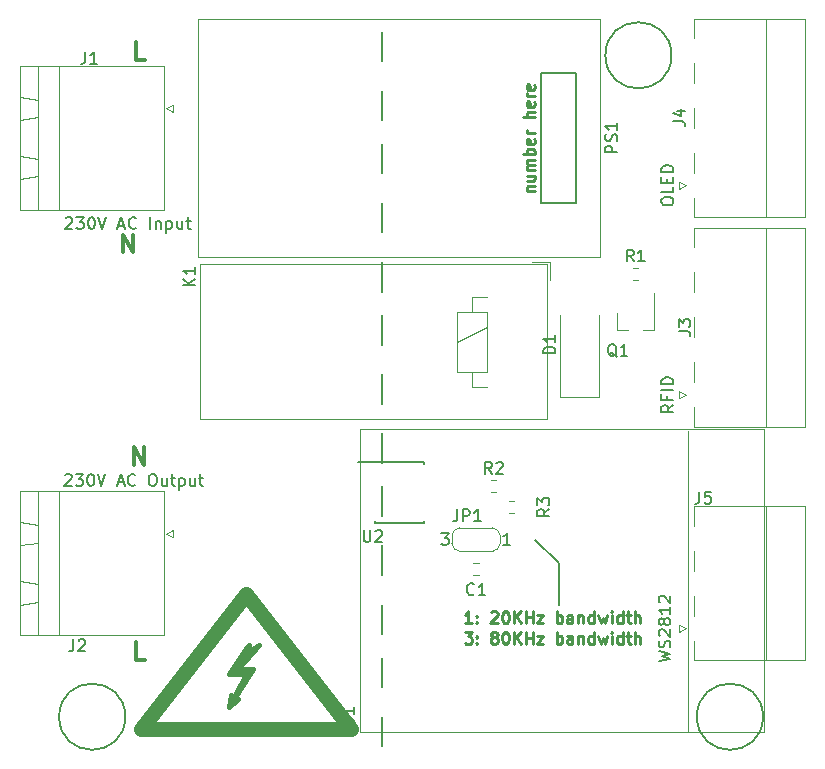
<source format=gto>
G04 #@! TF.GenerationSoftware,KiCad,Pcbnew,5.0-dev-unknown-9241a39~61~ubuntu17.10.1*
G04 #@! TF.CreationDate,2018-04-12T19:06:24+02:00*
G04 #@! TF.ProjectId,power_monitor,706F7765725F6D6F6E69746F722E6B69,rev?*
G04 #@! TF.SameCoordinates,Original*
G04 #@! TF.FileFunction,Legend,Top*
G04 #@! TF.FilePolarity,Positive*
%FSLAX46Y46*%
G04 Gerber Fmt 4.6, Leading zero omitted, Abs format (unit mm)*
G04 Created by KiCad (PCBNEW 5.0-dev-unknown-9241a39~61~ubuntu17.10.1) date Thu Apr 12 19:06:24 2018*
%MOMM*%
%LPD*%
G01*
G04 APERTURE LIST*
%ADD10C,0.250000*%
%ADD11C,0.200000*%
%ADD12C,0.300000*%
%ADD13C,0.100000*%
%ADD14C,0.381000*%
%ADD15C,1.270000*%
%ADD16C,0.150000*%
%ADD17C,0.120000*%
G04 APERTURE END LIST*
D10*
X81785714Y-50523809D02*
X82452380Y-50523809D01*
X81880952Y-50523809D02*
X81833333Y-50476190D01*
X81785714Y-50380952D01*
X81785714Y-50238095D01*
X81833333Y-50142857D01*
X81928571Y-50095238D01*
X82452380Y-50095238D01*
X81785714Y-49190476D02*
X82452380Y-49190476D01*
X81785714Y-49619047D02*
X82309523Y-49619047D01*
X82404761Y-49571428D01*
X82452380Y-49476190D01*
X82452380Y-49333333D01*
X82404761Y-49238095D01*
X82357142Y-49190476D01*
X82452380Y-48714285D02*
X81785714Y-48714285D01*
X81880952Y-48714285D02*
X81833333Y-48666666D01*
X81785714Y-48571428D01*
X81785714Y-48428571D01*
X81833333Y-48333333D01*
X81928571Y-48285714D01*
X82452380Y-48285714D01*
X81928571Y-48285714D02*
X81833333Y-48238095D01*
X81785714Y-48142857D01*
X81785714Y-48000000D01*
X81833333Y-47904761D01*
X81928571Y-47857142D01*
X82452380Y-47857142D01*
X82452380Y-47380952D02*
X81452380Y-47380952D01*
X81833333Y-47380952D02*
X81785714Y-47285714D01*
X81785714Y-47095238D01*
X81833333Y-47000000D01*
X81880952Y-46952380D01*
X81976190Y-46904761D01*
X82261904Y-46904761D01*
X82357142Y-46952380D01*
X82404761Y-47000000D01*
X82452380Y-47095238D01*
X82452380Y-47285714D01*
X82404761Y-47380952D01*
X82404761Y-46095238D02*
X82452380Y-46190476D01*
X82452380Y-46380952D01*
X82404761Y-46476190D01*
X82309523Y-46523809D01*
X81928571Y-46523809D01*
X81833333Y-46476190D01*
X81785714Y-46380952D01*
X81785714Y-46190476D01*
X81833333Y-46095238D01*
X81928571Y-46047619D01*
X82023809Y-46047619D01*
X82119047Y-46523809D01*
X82452380Y-45619047D02*
X81785714Y-45619047D01*
X81976190Y-45619047D02*
X81880952Y-45571428D01*
X81833333Y-45523809D01*
X81785714Y-45428571D01*
X81785714Y-45333333D01*
X82452380Y-44238095D02*
X81452380Y-44238095D01*
X82452380Y-43809523D02*
X81928571Y-43809523D01*
X81833333Y-43857142D01*
X81785714Y-43952380D01*
X81785714Y-44095238D01*
X81833333Y-44190476D01*
X81880952Y-44238095D01*
X82404761Y-42952380D02*
X82452380Y-43047619D01*
X82452380Y-43238095D01*
X82404761Y-43333333D01*
X82309523Y-43380952D01*
X81928571Y-43380952D01*
X81833333Y-43333333D01*
X81785714Y-43238095D01*
X81785714Y-43047619D01*
X81833333Y-42952380D01*
X81928571Y-42904761D01*
X82023809Y-42904761D01*
X82119047Y-43380952D01*
X82452380Y-42476190D02*
X81785714Y-42476190D01*
X81976190Y-42476190D02*
X81880952Y-42428571D01*
X81833333Y-42380952D01*
X81785714Y-42285714D01*
X81785714Y-42190476D01*
X82404761Y-41476190D02*
X82452380Y-41571428D01*
X82452380Y-41761904D01*
X82404761Y-41857142D01*
X82309523Y-41904761D01*
X81928571Y-41904761D01*
X81833333Y-41857142D01*
X81785714Y-41761904D01*
X81785714Y-41571428D01*
X81833333Y-41476190D01*
X81928571Y-41428571D01*
X82023809Y-41428571D01*
X82119047Y-41904761D01*
D11*
X86000000Y-51500000D02*
X86000000Y-40500000D01*
X83000000Y-51500000D02*
X86000000Y-51500000D01*
X83000000Y-40500000D02*
X83000000Y-51500000D01*
X86000000Y-40500000D02*
X83000000Y-40500000D01*
X84500000Y-82000000D02*
X82500000Y-80000000D01*
X84500000Y-85500000D02*
X84500000Y-82000000D01*
D10*
X77142857Y-87077380D02*
X76571428Y-87077380D01*
X76857142Y-87077380D02*
X76857142Y-86077380D01*
X76761904Y-86220238D01*
X76666666Y-86315476D01*
X76571428Y-86363095D01*
X77571428Y-86982142D02*
X77619047Y-87029761D01*
X77571428Y-87077380D01*
X77523809Y-87029761D01*
X77571428Y-86982142D01*
X77571428Y-87077380D01*
X77571428Y-86458333D02*
X77619047Y-86505952D01*
X77571428Y-86553571D01*
X77523809Y-86505952D01*
X77571428Y-86458333D01*
X77571428Y-86553571D01*
X78761904Y-86172619D02*
X78809523Y-86125000D01*
X78904761Y-86077380D01*
X79142857Y-86077380D01*
X79238095Y-86125000D01*
X79285714Y-86172619D01*
X79333333Y-86267857D01*
X79333333Y-86363095D01*
X79285714Y-86505952D01*
X78714285Y-87077380D01*
X79333333Y-87077380D01*
X79952380Y-86077380D02*
X80047619Y-86077380D01*
X80142857Y-86125000D01*
X80190476Y-86172619D01*
X80238095Y-86267857D01*
X80285714Y-86458333D01*
X80285714Y-86696428D01*
X80238095Y-86886904D01*
X80190476Y-86982142D01*
X80142857Y-87029761D01*
X80047619Y-87077380D01*
X79952380Y-87077380D01*
X79857142Y-87029761D01*
X79809523Y-86982142D01*
X79761904Y-86886904D01*
X79714285Y-86696428D01*
X79714285Y-86458333D01*
X79761904Y-86267857D01*
X79809523Y-86172619D01*
X79857142Y-86125000D01*
X79952380Y-86077380D01*
X80714285Y-87077380D02*
X80714285Y-86077380D01*
X81285714Y-87077380D02*
X80857142Y-86505952D01*
X81285714Y-86077380D02*
X80714285Y-86648809D01*
X81714285Y-87077380D02*
X81714285Y-86077380D01*
X81714285Y-86553571D02*
X82285714Y-86553571D01*
X82285714Y-87077380D02*
X82285714Y-86077380D01*
X82666666Y-86410714D02*
X83190476Y-86410714D01*
X82666666Y-87077380D01*
X83190476Y-87077380D01*
X84333333Y-87077380D02*
X84333333Y-86077380D01*
X84333333Y-86458333D02*
X84428571Y-86410714D01*
X84619047Y-86410714D01*
X84714285Y-86458333D01*
X84761904Y-86505952D01*
X84809523Y-86601190D01*
X84809523Y-86886904D01*
X84761904Y-86982142D01*
X84714285Y-87029761D01*
X84619047Y-87077380D01*
X84428571Y-87077380D01*
X84333333Y-87029761D01*
X85666666Y-87077380D02*
X85666666Y-86553571D01*
X85619047Y-86458333D01*
X85523809Y-86410714D01*
X85333333Y-86410714D01*
X85238095Y-86458333D01*
X85666666Y-87029761D02*
X85571428Y-87077380D01*
X85333333Y-87077380D01*
X85238095Y-87029761D01*
X85190476Y-86934523D01*
X85190476Y-86839285D01*
X85238095Y-86744047D01*
X85333333Y-86696428D01*
X85571428Y-86696428D01*
X85666666Y-86648809D01*
X86142857Y-86410714D02*
X86142857Y-87077380D01*
X86142857Y-86505952D02*
X86190476Y-86458333D01*
X86285714Y-86410714D01*
X86428571Y-86410714D01*
X86523809Y-86458333D01*
X86571428Y-86553571D01*
X86571428Y-87077380D01*
X87476190Y-87077380D02*
X87476190Y-86077380D01*
X87476190Y-87029761D02*
X87380952Y-87077380D01*
X87190476Y-87077380D01*
X87095238Y-87029761D01*
X87047619Y-86982142D01*
X87000000Y-86886904D01*
X87000000Y-86601190D01*
X87047619Y-86505952D01*
X87095238Y-86458333D01*
X87190476Y-86410714D01*
X87380952Y-86410714D01*
X87476190Y-86458333D01*
X87857142Y-86410714D02*
X88047619Y-87077380D01*
X88238095Y-86601190D01*
X88428571Y-87077380D01*
X88619047Y-86410714D01*
X89000000Y-87077380D02*
X89000000Y-86410714D01*
X89000000Y-86077380D02*
X88952380Y-86125000D01*
X89000000Y-86172619D01*
X89047619Y-86125000D01*
X89000000Y-86077380D01*
X89000000Y-86172619D01*
X89904761Y-87077380D02*
X89904761Y-86077380D01*
X89904761Y-87029761D02*
X89809523Y-87077380D01*
X89619047Y-87077380D01*
X89523809Y-87029761D01*
X89476190Y-86982142D01*
X89428571Y-86886904D01*
X89428571Y-86601190D01*
X89476190Y-86505952D01*
X89523809Y-86458333D01*
X89619047Y-86410714D01*
X89809523Y-86410714D01*
X89904761Y-86458333D01*
X90238095Y-86410714D02*
X90619047Y-86410714D01*
X90380952Y-86077380D02*
X90380952Y-86934523D01*
X90428571Y-87029761D01*
X90523809Y-87077380D01*
X90619047Y-87077380D01*
X90952380Y-87077380D02*
X90952380Y-86077380D01*
X91380952Y-87077380D02*
X91380952Y-86553571D01*
X91333333Y-86458333D01*
X91238095Y-86410714D01*
X91095238Y-86410714D01*
X91000000Y-86458333D01*
X90952380Y-86505952D01*
X76523809Y-87827380D02*
X77142857Y-87827380D01*
X76809523Y-88208333D01*
X76952380Y-88208333D01*
X77047619Y-88255952D01*
X77095238Y-88303571D01*
X77142857Y-88398809D01*
X77142857Y-88636904D01*
X77095238Y-88732142D01*
X77047619Y-88779761D01*
X76952380Y-88827380D01*
X76666666Y-88827380D01*
X76571428Y-88779761D01*
X76523809Y-88732142D01*
X77571428Y-88732142D02*
X77619047Y-88779761D01*
X77571428Y-88827380D01*
X77523809Y-88779761D01*
X77571428Y-88732142D01*
X77571428Y-88827380D01*
X77571428Y-88208333D02*
X77619047Y-88255952D01*
X77571428Y-88303571D01*
X77523809Y-88255952D01*
X77571428Y-88208333D01*
X77571428Y-88303571D01*
X78952380Y-88255952D02*
X78857142Y-88208333D01*
X78809523Y-88160714D01*
X78761904Y-88065476D01*
X78761904Y-88017857D01*
X78809523Y-87922619D01*
X78857142Y-87875000D01*
X78952380Y-87827380D01*
X79142857Y-87827380D01*
X79238095Y-87875000D01*
X79285714Y-87922619D01*
X79333333Y-88017857D01*
X79333333Y-88065476D01*
X79285714Y-88160714D01*
X79238095Y-88208333D01*
X79142857Y-88255952D01*
X78952380Y-88255952D01*
X78857142Y-88303571D01*
X78809523Y-88351190D01*
X78761904Y-88446428D01*
X78761904Y-88636904D01*
X78809523Y-88732142D01*
X78857142Y-88779761D01*
X78952380Y-88827380D01*
X79142857Y-88827380D01*
X79238095Y-88779761D01*
X79285714Y-88732142D01*
X79333333Y-88636904D01*
X79333333Y-88446428D01*
X79285714Y-88351190D01*
X79238095Y-88303571D01*
X79142857Y-88255952D01*
X79952380Y-87827380D02*
X80047619Y-87827380D01*
X80142857Y-87875000D01*
X80190476Y-87922619D01*
X80238095Y-88017857D01*
X80285714Y-88208333D01*
X80285714Y-88446428D01*
X80238095Y-88636904D01*
X80190476Y-88732142D01*
X80142857Y-88779761D01*
X80047619Y-88827380D01*
X79952380Y-88827380D01*
X79857142Y-88779761D01*
X79809523Y-88732142D01*
X79761904Y-88636904D01*
X79714285Y-88446428D01*
X79714285Y-88208333D01*
X79761904Y-88017857D01*
X79809523Y-87922619D01*
X79857142Y-87875000D01*
X79952380Y-87827380D01*
X80714285Y-88827380D02*
X80714285Y-87827380D01*
X81285714Y-88827380D02*
X80857142Y-88255952D01*
X81285714Y-87827380D02*
X80714285Y-88398809D01*
X81714285Y-88827380D02*
X81714285Y-87827380D01*
X81714285Y-88303571D02*
X82285714Y-88303571D01*
X82285714Y-88827380D02*
X82285714Y-87827380D01*
X82666666Y-88160714D02*
X83190476Y-88160714D01*
X82666666Y-88827380D01*
X83190476Y-88827380D01*
X84333333Y-88827380D02*
X84333333Y-87827380D01*
X84333333Y-88208333D02*
X84428571Y-88160714D01*
X84619047Y-88160714D01*
X84714285Y-88208333D01*
X84761904Y-88255952D01*
X84809523Y-88351190D01*
X84809523Y-88636904D01*
X84761904Y-88732142D01*
X84714285Y-88779761D01*
X84619047Y-88827380D01*
X84428571Y-88827380D01*
X84333333Y-88779761D01*
X85666666Y-88827380D02*
X85666666Y-88303571D01*
X85619047Y-88208333D01*
X85523809Y-88160714D01*
X85333333Y-88160714D01*
X85238095Y-88208333D01*
X85666666Y-88779761D02*
X85571428Y-88827380D01*
X85333333Y-88827380D01*
X85238095Y-88779761D01*
X85190476Y-88684523D01*
X85190476Y-88589285D01*
X85238095Y-88494047D01*
X85333333Y-88446428D01*
X85571428Y-88446428D01*
X85666666Y-88398809D01*
X86142857Y-88160714D02*
X86142857Y-88827380D01*
X86142857Y-88255952D02*
X86190476Y-88208333D01*
X86285714Y-88160714D01*
X86428571Y-88160714D01*
X86523809Y-88208333D01*
X86571428Y-88303571D01*
X86571428Y-88827380D01*
X87476190Y-88827380D02*
X87476190Y-87827380D01*
X87476190Y-88779761D02*
X87380952Y-88827380D01*
X87190476Y-88827380D01*
X87095238Y-88779761D01*
X87047619Y-88732142D01*
X87000000Y-88636904D01*
X87000000Y-88351190D01*
X87047619Y-88255952D01*
X87095238Y-88208333D01*
X87190476Y-88160714D01*
X87380952Y-88160714D01*
X87476190Y-88208333D01*
X87857142Y-88160714D02*
X88047619Y-88827380D01*
X88238095Y-88351190D01*
X88428571Y-88827380D01*
X88619047Y-88160714D01*
X89000000Y-88827380D02*
X89000000Y-88160714D01*
X89000000Y-87827380D02*
X88952380Y-87875000D01*
X89000000Y-87922619D01*
X89047619Y-87875000D01*
X89000000Y-87827380D01*
X89000000Y-87922619D01*
X89904761Y-88827380D02*
X89904761Y-87827380D01*
X89904761Y-88779761D02*
X89809523Y-88827380D01*
X89619047Y-88827380D01*
X89523809Y-88779761D01*
X89476190Y-88732142D01*
X89428571Y-88636904D01*
X89428571Y-88351190D01*
X89476190Y-88255952D01*
X89523809Y-88208333D01*
X89619047Y-88160714D01*
X89809523Y-88160714D01*
X89904761Y-88208333D01*
X90238095Y-88160714D02*
X90619047Y-88160714D01*
X90380952Y-87827380D02*
X90380952Y-88684523D01*
X90428571Y-88779761D01*
X90523809Y-88827380D01*
X90619047Y-88827380D01*
X90952380Y-88827380D02*
X90952380Y-87827380D01*
X91380952Y-88827380D02*
X91380952Y-88303571D01*
X91333333Y-88208333D01*
X91238095Y-88160714D01*
X91095238Y-88160714D01*
X91000000Y-88208333D01*
X90952380Y-88255952D01*
D12*
X47571428Y-55678571D02*
X47571428Y-54178571D01*
X48428571Y-55678571D01*
X48428571Y-54178571D01*
D11*
X69500000Y-54000000D02*
X69500000Y-51500000D01*
X69500000Y-49000000D02*
X69500000Y-46500000D01*
X69500000Y-44500000D02*
X69500000Y-42000000D01*
X69500000Y-39500000D02*
X69500000Y-37000000D01*
X69500000Y-59000000D02*
X69500000Y-56500000D01*
X69500000Y-63500000D02*
X69500000Y-61000000D01*
X69500000Y-68500000D02*
X69500000Y-66000000D01*
X69500000Y-73500000D02*
X69500000Y-71000000D01*
X69500000Y-78000000D02*
X69500000Y-75500000D01*
X69500000Y-83000000D02*
X69500000Y-80500000D01*
X69500000Y-88000000D02*
X69500000Y-85500000D01*
X69500000Y-92500000D02*
X69500000Y-90000000D01*
X69500000Y-97500000D02*
X69500000Y-95000000D01*
D12*
X48571428Y-73678571D02*
X48571428Y-72178571D01*
X49428571Y-73678571D01*
X49428571Y-72178571D01*
X49464285Y-90178571D02*
X48750000Y-90178571D01*
X48750000Y-88678571D01*
X49464285Y-39378571D02*
X48750000Y-39378571D01*
X48750000Y-37878571D01*
D13*
X54000000Y-56100000D02*
X54000000Y-35900000D01*
X54000000Y-35900000D02*
X88000000Y-35900000D01*
X88000000Y-35900000D02*
X88000000Y-56100000D01*
X88000000Y-56100000D02*
X54000000Y-56100000D01*
D14*
X56857000Y-93647000D02*
X56730000Y-93139000D01*
X58000000Y-91361000D02*
X56857000Y-93647000D01*
X56603000Y-91361000D02*
X58000000Y-91361000D01*
X58127000Y-89075000D02*
X56603000Y-91361000D01*
X58381000Y-89456000D02*
X58254000Y-88948000D01*
X59143000Y-88948000D02*
X58381000Y-89456000D01*
X57365000Y-90980000D02*
X59143000Y-88948000D01*
X58635000Y-90980000D02*
X57365000Y-90980000D01*
X56857000Y-93774000D02*
X58635000Y-90980000D01*
X57365000Y-93520000D02*
X56857000Y-93774000D01*
X56603000Y-94155000D02*
X57365000Y-93520000D01*
X56730000Y-93139000D02*
X56603000Y-94155000D01*
X56984000Y-91234000D02*
X58254000Y-91234000D01*
X58381000Y-89329000D02*
X56984000Y-91234000D01*
D15*
X49110000Y-96060000D02*
X58000000Y-84630000D01*
X66890000Y-96060000D02*
X49110000Y-96060000D01*
X58000000Y-84630000D02*
X66890000Y-96060000D01*
D16*
X47800000Y-95000000D02*
G75*
G03X47800000Y-95000000I-2800000J0D01*
G01*
X101800000Y-95000000D02*
G75*
G03X101800000Y-95000000I-2800000J0D01*
G01*
X94050000Y-39000000D02*
G75*
G03X94050000Y-39000000I-2800000J0D01*
G01*
D17*
X77280000Y-83010000D02*
X77720000Y-83010000D01*
X77280000Y-81990000D02*
X77720000Y-81990000D01*
X79550000Y-79700000D02*
X79550000Y-80300000D01*
X76100000Y-79000000D02*
X78900000Y-79000000D01*
X75450000Y-80300000D02*
X75450000Y-79700000D01*
X78900000Y-81000000D02*
X76100000Y-81000000D01*
X76150000Y-81000000D02*
G75*
G02X75450000Y-80300000I0J700000D01*
G01*
X75450000Y-79700000D02*
G75*
G02X76150000Y-79000000I700000J0D01*
G01*
X78850000Y-79000000D02*
G75*
G02X79550000Y-79700000I0J-700000D01*
G01*
X79550000Y-80300000D02*
G75*
G02X78850000Y-81000000I-700000J0D01*
G01*
X83750000Y-56500000D02*
X82250000Y-56500000D01*
X83750000Y-58000000D02*
X83750000Y-56500000D01*
X77190000Y-65850000D02*
X77190000Y-67120000D01*
X77190000Y-67120000D02*
X78460000Y-67120000D01*
X78460000Y-59500000D02*
X77190000Y-59500000D01*
X77190000Y-59500000D02*
X77190000Y-60770000D01*
X77190000Y-60770000D02*
X75920000Y-60770000D01*
X75920000Y-60770000D02*
X75920000Y-65850000D01*
X75920000Y-65850000D02*
X78460000Y-65850000D01*
X78460000Y-65850000D02*
X78460000Y-60770000D01*
X78460000Y-60770000D02*
X77190000Y-60770000D01*
X83550000Y-69800000D02*
X83550000Y-56700000D01*
X54150000Y-69800000D02*
X83550000Y-69800000D01*
X54150000Y-56700000D02*
X54150000Y-69800000D01*
X83550000Y-56700000D02*
X54150000Y-56700000D01*
D13*
X78460000Y-62040000D02*
X75920000Y-63310000D01*
D17*
X89420000Y-62260000D02*
X90350000Y-62260000D01*
X92580000Y-62260000D02*
X91650000Y-62260000D01*
X92580000Y-62260000D02*
X92580000Y-59100000D01*
X89420000Y-62260000D02*
X89420000Y-60800000D01*
X91220000Y-58010000D02*
X90780000Y-58010000D01*
X91220000Y-56990000D02*
X90780000Y-56990000D01*
D13*
X95410000Y-70800000D02*
X95410000Y-96200000D01*
X67710000Y-70670000D02*
X101910000Y-70670000D01*
X67710000Y-96270000D02*
X67710000Y-70670000D01*
X101910000Y-96270000D02*
X67710000Y-96270000D01*
X101910000Y-70670000D02*
X101910000Y-96270000D01*
D16*
X68925000Y-73425000D02*
X68925000Y-73475000D01*
X73075000Y-73425000D02*
X73075000Y-73570000D01*
X73075000Y-78575000D02*
X73075000Y-78430000D01*
X68925000Y-78575000D02*
X68925000Y-78430000D01*
X68925000Y-73425000D02*
X73075000Y-73425000D01*
X68925000Y-78575000D02*
X73075000Y-78575000D01*
X68925000Y-73475000D02*
X67525000Y-73475000D01*
D17*
X78780000Y-74990000D02*
X79220000Y-74990000D01*
X78780000Y-76010000D02*
X79220000Y-76010000D01*
X80720000Y-76740000D02*
X80280000Y-76740000D01*
X80720000Y-77760000D02*
X80280000Y-77760000D01*
X95970000Y-70430000D02*
X105330000Y-70430000D01*
X105330000Y-70430000D02*
X105330000Y-53640000D01*
X105330000Y-53640000D02*
X95970000Y-53640000D01*
X95970000Y-70430000D02*
X95970000Y-68800000D01*
X95970000Y-53640000D02*
X95970000Y-55270000D01*
X95970000Y-66700000D02*
X95970000Y-64990000D01*
X95970000Y-62890000D02*
X95970000Y-61180000D01*
X95970000Y-59080000D02*
X95970000Y-57370000D01*
X102050000Y-70430000D02*
X102050000Y-53640000D01*
X94650000Y-67450000D02*
X95250000Y-67750000D01*
X95250000Y-67750000D02*
X94650000Y-68050000D01*
X94650000Y-68050000D02*
X94650000Y-67450000D01*
X94650000Y-50300000D02*
X94650000Y-49700000D01*
X95250000Y-50000000D02*
X94650000Y-50300000D01*
X94650000Y-49700000D02*
X95250000Y-50000000D01*
X102050000Y-52680000D02*
X102050000Y-35890000D01*
X95970000Y-41330000D02*
X95970000Y-39620000D01*
X95970000Y-45140000D02*
X95970000Y-43430000D01*
X95970000Y-48950000D02*
X95970000Y-47240000D01*
X95970000Y-35890000D02*
X95970000Y-37520000D01*
X95970000Y-52680000D02*
X95970000Y-51050000D01*
X105330000Y-35890000D02*
X95970000Y-35890000D01*
X105330000Y-52680000D02*
X105330000Y-35890000D01*
X95970000Y-52680000D02*
X105330000Y-52680000D01*
X95970000Y-90180000D02*
X105330000Y-90180000D01*
X105330000Y-90180000D02*
X105330000Y-77200000D01*
X105330000Y-77200000D02*
X95970000Y-77200000D01*
X95970000Y-90180000D02*
X95970000Y-88550000D01*
X95970000Y-77200000D02*
X95970000Y-78830000D01*
X95970000Y-86450000D02*
X95970000Y-84740000D01*
X95970000Y-82640000D02*
X95970000Y-80930000D01*
X102050000Y-90180000D02*
X102050000Y-77200000D01*
X94650000Y-87200000D02*
X95250000Y-87500000D01*
X95250000Y-87500000D02*
X94650000Y-87800000D01*
X94650000Y-87800000D02*
X94650000Y-87200000D01*
X51080000Y-39920000D02*
X38920000Y-39920000D01*
X38920000Y-39920000D02*
X38920000Y-52080000D01*
X38920000Y-52080000D02*
X51080000Y-52080000D01*
X51080000Y-52080000D02*
X51080000Y-39920000D01*
X40420000Y-39920000D02*
X42220000Y-39920000D01*
X42220000Y-39920000D02*
X42220000Y-52080000D01*
X42220000Y-52080000D02*
X40420000Y-52080000D01*
X40420000Y-52080000D02*
X40420000Y-39920000D01*
X38920000Y-42500000D02*
X38920000Y-44500000D01*
X38920000Y-44500000D02*
X40420000Y-44250000D01*
X40420000Y-44250000D02*
X40420000Y-42750000D01*
X40420000Y-42750000D02*
X38920000Y-42500000D01*
X38920000Y-47500000D02*
X38920000Y-49500000D01*
X38920000Y-49500000D02*
X40420000Y-49250000D01*
X40420000Y-49250000D02*
X40420000Y-47750000D01*
X40420000Y-47750000D02*
X38920000Y-47500000D01*
X51880000Y-43800000D02*
X51280000Y-43500000D01*
X51280000Y-43500000D02*
X51880000Y-43200000D01*
X51880000Y-43200000D02*
X51880000Y-43800000D01*
X51880000Y-79200000D02*
X51880000Y-79800000D01*
X51280000Y-79500000D02*
X51880000Y-79200000D01*
X51880000Y-79800000D02*
X51280000Y-79500000D01*
X40420000Y-83750000D02*
X38920000Y-83500000D01*
X40420000Y-85250000D02*
X40420000Y-83750000D01*
X38920000Y-85500000D02*
X40420000Y-85250000D01*
X38920000Y-83500000D02*
X38920000Y-85500000D01*
X40420000Y-78750000D02*
X38920000Y-78500000D01*
X40420000Y-80250000D02*
X40420000Y-78750000D01*
X38920000Y-80500000D02*
X40420000Y-80250000D01*
X38920000Y-78500000D02*
X38920000Y-80500000D01*
X40420000Y-88080000D02*
X40420000Y-75920000D01*
X42220000Y-88080000D02*
X40420000Y-88080000D01*
X42220000Y-75920000D02*
X42220000Y-88080000D01*
X40420000Y-75920000D02*
X42220000Y-75920000D01*
X51080000Y-88080000D02*
X51080000Y-75920000D01*
X38920000Y-88080000D02*
X51080000Y-88080000D01*
X38920000Y-75920000D02*
X38920000Y-88080000D01*
X51080000Y-75920000D02*
X38920000Y-75920000D01*
X84600000Y-67900000D02*
X87900000Y-67900000D01*
X87900000Y-67900000D02*
X87900000Y-61000000D01*
X84600000Y-67900000D02*
X84600000Y-61000000D01*
D16*
X89452380Y-47214285D02*
X88452380Y-47214285D01*
X88452380Y-46833333D01*
X88500000Y-46738095D01*
X88547619Y-46690476D01*
X88642857Y-46642857D01*
X88785714Y-46642857D01*
X88880952Y-46690476D01*
X88928571Y-46738095D01*
X88976190Y-46833333D01*
X88976190Y-47214285D01*
X89404761Y-46261904D02*
X89452380Y-46119047D01*
X89452380Y-45880952D01*
X89404761Y-45785714D01*
X89357142Y-45738095D01*
X89261904Y-45690476D01*
X89166666Y-45690476D01*
X89071428Y-45738095D01*
X89023809Y-45785714D01*
X88976190Y-45880952D01*
X88928571Y-46071428D01*
X88880952Y-46166666D01*
X88833333Y-46214285D01*
X88738095Y-46261904D01*
X88642857Y-46261904D01*
X88547619Y-46214285D01*
X88500000Y-46166666D01*
X88452380Y-46071428D01*
X88452380Y-45833333D01*
X88500000Y-45690476D01*
X89452380Y-44738095D02*
X89452380Y-45309523D01*
X89452380Y-45023809D02*
X88452380Y-45023809D01*
X88595238Y-45119047D01*
X88690476Y-45214285D01*
X88738095Y-45309523D01*
X77333333Y-84607142D02*
X77285714Y-84654761D01*
X77142857Y-84702380D01*
X77047619Y-84702380D01*
X76904761Y-84654761D01*
X76809523Y-84559523D01*
X76761904Y-84464285D01*
X76714285Y-84273809D01*
X76714285Y-84130952D01*
X76761904Y-83940476D01*
X76809523Y-83845238D01*
X76904761Y-83750000D01*
X77047619Y-83702380D01*
X77142857Y-83702380D01*
X77285714Y-83750000D01*
X77333333Y-83797619D01*
X78285714Y-84702380D02*
X77714285Y-84702380D01*
X78000000Y-84702380D02*
X78000000Y-83702380D01*
X77904761Y-83845238D01*
X77809523Y-83940476D01*
X77714285Y-83988095D01*
X75916666Y-77452380D02*
X75916666Y-78166666D01*
X75869047Y-78309523D01*
X75773809Y-78404761D01*
X75630952Y-78452380D01*
X75535714Y-78452380D01*
X76392857Y-78452380D02*
X76392857Y-77452380D01*
X76773809Y-77452380D01*
X76869047Y-77500000D01*
X76916666Y-77547619D01*
X76964285Y-77642857D01*
X76964285Y-77785714D01*
X76916666Y-77880952D01*
X76869047Y-77928571D01*
X76773809Y-77976190D01*
X76392857Y-77976190D01*
X77916666Y-78452380D02*
X77345238Y-78452380D01*
X77630952Y-78452380D02*
X77630952Y-77452380D01*
X77535714Y-77595238D01*
X77440476Y-77690476D01*
X77345238Y-77738095D01*
X74566666Y-79452380D02*
X75185714Y-79452380D01*
X74852380Y-79833333D01*
X74995238Y-79833333D01*
X75090476Y-79880952D01*
X75138095Y-79928571D01*
X75185714Y-80023809D01*
X75185714Y-80261904D01*
X75138095Y-80357142D01*
X75090476Y-80404761D01*
X74995238Y-80452380D01*
X74709523Y-80452380D01*
X74614285Y-80404761D01*
X74566666Y-80357142D01*
X80385714Y-80452380D02*
X79814285Y-80452380D01*
X80100000Y-80452380D02*
X80100000Y-79452380D01*
X80004761Y-79595238D01*
X79909523Y-79690476D01*
X79814285Y-79738095D01*
X53702380Y-58488095D02*
X52702380Y-58488095D01*
X53702380Y-57916666D02*
X53130952Y-58345238D01*
X52702380Y-57916666D02*
X53273809Y-58488095D01*
X53702380Y-56964285D02*
X53702380Y-57535714D01*
X53702380Y-57250000D02*
X52702380Y-57250000D01*
X52845238Y-57345238D01*
X52940476Y-57440476D01*
X52988095Y-57535714D01*
X89404761Y-64547619D02*
X89309523Y-64500000D01*
X89214285Y-64404761D01*
X89071428Y-64261904D01*
X88976190Y-64214285D01*
X88880952Y-64214285D01*
X88928571Y-64452380D02*
X88833333Y-64404761D01*
X88738095Y-64309523D01*
X88690476Y-64119047D01*
X88690476Y-63785714D01*
X88738095Y-63595238D01*
X88833333Y-63500000D01*
X88928571Y-63452380D01*
X89119047Y-63452380D01*
X89214285Y-63500000D01*
X89309523Y-63595238D01*
X89357142Y-63785714D01*
X89357142Y-64119047D01*
X89309523Y-64309523D01*
X89214285Y-64404761D01*
X89119047Y-64452380D01*
X88928571Y-64452380D01*
X90309523Y-64452380D02*
X89738095Y-64452380D01*
X90023809Y-64452380D02*
X90023809Y-63452380D01*
X89928571Y-63595238D01*
X89833333Y-63690476D01*
X89738095Y-63738095D01*
X90833333Y-56452380D02*
X90500000Y-55976190D01*
X90261904Y-56452380D02*
X90261904Y-55452380D01*
X90642857Y-55452380D01*
X90738095Y-55500000D01*
X90785714Y-55547619D01*
X90833333Y-55642857D01*
X90833333Y-55785714D01*
X90785714Y-55880952D01*
X90738095Y-55928571D01*
X90642857Y-55976190D01*
X90261904Y-55976190D01*
X91785714Y-56452380D02*
X91214285Y-56452380D01*
X91500000Y-56452380D02*
X91500000Y-55452380D01*
X91404761Y-55595238D01*
X91309523Y-55690476D01*
X91214285Y-55738095D01*
X66202380Y-95761904D02*
X67011904Y-95761904D01*
X67107142Y-95714285D01*
X67154761Y-95666666D01*
X67202380Y-95571428D01*
X67202380Y-95380952D01*
X67154761Y-95285714D01*
X67107142Y-95238095D01*
X67011904Y-95190476D01*
X66202380Y-95190476D01*
X67202380Y-94190476D02*
X67202380Y-94761904D01*
X67202380Y-94476190D02*
X66202380Y-94476190D01*
X66345238Y-94571428D01*
X66440476Y-94666666D01*
X66488095Y-94761904D01*
X67988095Y-79202380D02*
X67988095Y-80011904D01*
X68035714Y-80107142D01*
X68083333Y-80154761D01*
X68178571Y-80202380D01*
X68369047Y-80202380D01*
X68464285Y-80154761D01*
X68511904Y-80107142D01*
X68559523Y-80011904D01*
X68559523Y-79202380D01*
X68988095Y-79297619D02*
X69035714Y-79250000D01*
X69130952Y-79202380D01*
X69369047Y-79202380D01*
X69464285Y-79250000D01*
X69511904Y-79297619D01*
X69559523Y-79392857D01*
X69559523Y-79488095D01*
X69511904Y-79630952D01*
X68940476Y-80202380D01*
X69559523Y-80202380D01*
X78833333Y-74452380D02*
X78500000Y-73976190D01*
X78261904Y-74452380D02*
X78261904Y-73452380D01*
X78642857Y-73452380D01*
X78738095Y-73500000D01*
X78785714Y-73547619D01*
X78833333Y-73642857D01*
X78833333Y-73785714D01*
X78785714Y-73880952D01*
X78738095Y-73928571D01*
X78642857Y-73976190D01*
X78261904Y-73976190D01*
X79214285Y-73547619D02*
X79261904Y-73500000D01*
X79357142Y-73452380D01*
X79595238Y-73452380D01*
X79690476Y-73500000D01*
X79738095Y-73547619D01*
X79785714Y-73642857D01*
X79785714Y-73738095D01*
X79738095Y-73880952D01*
X79166666Y-74452380D01*
X79785714Y-74452380D01*
X83702380Y-77416666D02*
X83226190Y-77750000D01*
X83702380Y-77988095D02*
X82702380Y-77988095D01*
X82702380Y-77607142D01*
X82750000Y-77511904D01*
X82797619Y-77464285D01*
X82892857Y-77416666D01*
X83035714Y-77416666D01*
X83130952Y-77464285D01*
X83178571Y-77511904D01*
X83226190Y-77607142D01*
X83226190Y-77988095D01*
X82702380Y-77083333D02*
X82702380Y-76464285D01*
X83083333Y-76797619D01*
X83083333Y-76654761D01*
X83130952Y-76559523D01*
X83178571Y-76511904D01*
X83273809Y-76464285D01*
X83511904Y-76464285D01*
X83607142Y-76511904D01*
X83654761Y-76559523D01*
X83702380Y-76654761D01*
X83702380Y-76940476D01*
X83654761Y-77035714D01*
X83607142Y-77083333D01*
X94652380Y-62368333D02*
X95366666Y-62368333D01*
X95509523Y-62415952D01*
X95604761Y-62511190D01*
X95652380Y-62654047D01*
X95652380Y-62749285D01*
X94652380Y-61987380D02*
X94652380Y-61368333D01*
X95033333Y-61701666D01*
X95033333Y-61558809D01*
X95080952Y-61463571D01*
X95128571Y-61415952D01*
X95223809Y-61368333D01*
X95461904Y-61368333D01*
X95557142Y-61415952D01*
X95604761Y-61463571D01*
X95652380Y-61558809D01*
X95652380Y-61844523D01*
X95604761Y-61939761D01*
X95557142Y-61987380D01*
X94202380Y-68607142D02*
X93726190Y-68940476D01*
X94202380Y-69178571D02*
X93202380Y-69178571D01*
X93202380Y-68797619D01*
X93250000Y-68702380D01*
X93297619Y-68654761D01*
X93392857Y-68607142D01*
X93535714Y-68607142D01*
X93630952Y-68654761D01*
X93678571Y-68702380D01*
X93726190Y-68797619D01*
X93726190Y-69178571D01*
X93678571Y-67845238D02*
X93678571Y-68178571D01*
X94202380Y-68178571D02*
X93202380Y-68178571D01*
X93202380Y-67702380D01*
X94202380Y-67321428D02*
X93202380Y-67321428D01*
X94202380Y-66845238D02*
X93202380Y-66845238D01*
X93202380Y-66607142D01*
X93250000Y-66464285D01*
X93345238Y-66369047D01*
X93440476Y-66321428D01*
X93630952Y-66273809D01*
X93773809Y-66273809D01*
X93964285Y-66321428D01*
X94059523Y-66369047D01*
X94154761Y-66464285D01*
X94202380Y-66607142D01*
X94202380Y-66845238D01*
X94202380Y-44583333D02*
X94916666Y-44583333D01*
X95059523Y-44630952D01*
X95154761Y-44726190D01*
X95202380Y-44869047D01*
X95202380Y-44964285D01*
X94535714Y-43678571D02*
X95202380Y-43678571D01*
X94154761Y-43916666D02*
X94869047Y-44154761D01*
X94869047Y-43535714D01*
X93202380Y-51452380D02*
X93202380Y-51261904D01*
X93250000Y-51166666D01*
X93345238Y-51071428D01*
X93535714Y-51023809D01*
X93869047Y-51023809D01*
X94059523Y-51071428D01*
X94154761Y-51166666D01*
X94202380Y-51261904D01*
X94202380Y-51452380D01*
X94154761Y-51547619D01*
X94059523Y-51642857D01*
X93869047Y-51690476D01*
X93535714Y-51690476D01*
X93345238Y-51642857D01*
X93250000Y-51547619D01*
X93202380Y-51452380D01*
X94202380Y-50119047D02*
X94202380Y-50595238D01*
X93202380Y-50595238D01*
X93678571Y-49785714D02*
X93678571Y-49452380D01*
X94202380Y-49309523D02*
X94202380Y-49785714D01*
X93202380Y-49785714D01*
X93202380Y-49309523D01*
X94202380Y-48880952D02*
X93202380Y-48880952D01*
X93202380Y-48642857D01*
X93250000Y-48500000D01*
X93345238Y-48404761D01*
X93440476Y-48357142D01*
X93630952Y-48309523D01*
X93773809Y-48309523D01*
X93964285Y-48357142D01*
X94059523Y-48404761D01*
X94154761Y-48500000D01*
X94202380Y-48642857D01*
X94202380Y-48880952D01*
X96416666Y-75952380D02*
X96416666Y-76666666D01*
X96369047Y-76809523D01*
X96273809Y-76904761D01*
X96130952Y-76952380D01*
X96035714Y-76952380D01*
X97369047Y-75952380D02*
X96892857Y-75952380D01*
X96845238Y-76428571D01*
X96892857Y-76380952D01*
X96988095Y-76333333D01*
X97226190Y-76333333D01*
X97321428Y-76380952D01*
X97369047Y-76428571D01*
X97416666Y-76523809D01*
X97416666Y-76761904D01*
X97369047Y-76857142D01*
X97321428Y-76904761D01*
X97226190Y-76952380D01*
X96988095Y-76952380D01*
X96892857Y-76904761D01*
X96845238Y-76857142D01*
X92952380Y-90309523D02*
X93952380Y-90071428D01*
X93238095Y-89880952D01*
X93952380Y-89690476D01*
X92952380Y-89452380D01*
X93904761Y-89119047D02*
X93952380Y-88976190D01*
X93952380Y-88738095D01*
X93904761Y-88642857D01*
X93857142Y-88595238D01*
X93761904Y-88547619D01*
X93666666Y-88547619D01*
X93571428Y-88595238D01*
X93523809Y-88642857D01*
X93476190Y-88738095D01*
X93428571Y-88928571D01*
X93380952Y-89023809D01*
X93333333Y-89071428D01*
X93238095Y-89119047D01*
X93142857Y-89119047D01*
X93047619Y-89071428D01*
X93000000Y-89023809D01*
X92952380Y-88928571D01*
X92952380Y-88690476D01*
X93000000Y-88547619D01*
X93047619Y-88166666D02*
X93000000Y-88119047D01*
X92952380Y-88023809D01*
X92952380Y-87785714D01*
X93000000Y-87690476D01*
X93047619Y-87642857D01*
X93142857Y-87595238D01*
X93238095Y-87595238D01*
X93380952Y-87642857D01*
X93952380Y-88214285D01*
X93952380Y-87595238D01*
X93380952Y-87023809D02*
X93333333Y-87119047D01*
X93285714Y-87166666D01*
X93190476Y-87214285D01*
X93142857Y-87214285D01*
X93047619Y-87166666D01*
X93000000Y-87119047D01*
X92952380Y-87023809D01*
X92952380Y-86833333D01*
X93000000Y-86738095D01*
X93047619Y-86690476D01*
X93142857Y-86642857D01*
X93190476Y-86642857D01*
X93285714Y-86690476D01*
X93333333Y-86738095D01*
X93380952Y-86833333D01*
X93380952Y-87023809D01*
X93428571Y-87119047D01*
X93476190Y-87166666D01*
X93571428Y-87214285D01*
X93761904Y-87214285D01*
X93857142Y-87166666D01*
X93904761Y-87119047D01*
X93952380Y-87023809D01*
X93952380Y-86833333D01*
X93904761Y-86738095D01*
X93857142Y-86690476D01*
X93761904Y-86642857D01*
X93571428Y-86642857D01*
X93476190Y-86690476D01*
X93428571Y-86738095D01*
X93380952Y-86833333D01*
X93952380Y-85690476D02*
X93952380Y-86261904D01*
X93952380Y-85976190D02*
X92952380Y-85976190D01*
X93095238Y-86071428D01*
X93190476Y-86166666D01*
X93238095Y-86261904D01*
X93047619Y-85309523D02*
X93000000Y-85261904D01*
X92952380Y-85166666D01*
X92952380Y-84928571D01*
X93000000Y-84833333D01*
X93047619Y-84785714D01*
X93142857Y-84738095D01*
X93238095Y-84738095D01*
X93380952Y-84785714D01*
X93952380Y-85357142D01*
X93952380Y-84738095D01*
X44416666Y-38702380D02*
X44416666Y-39416666D01*
X44369047Y-39559523D01*
X44273809Y-39654761D01*
X44130952Y-39702380D01*
X44035714Y-39702380D01*
X45416666Y-39702380D02*
X44845238Y-39702380D01*
X45130952Y-39702380D02*
X45130952Y-38702380D01*
X45035714Y-38845238D01*
X44940476Y-38940476D01*
X44845238Y-38988095D01*
X42761904Y-52797619D02*
X42809523Y-52750000D01*
X42904761Y-52702380D01*
X43142857Y-52702380D01*
X43238095Y-52750000D01*
X43285714Y-52797619D01*
X43333333Y-52892857D01*
X43333333Y-52988095D01*
X43285714Y-53130952D01*
X42714285Y-53702380D01*
X43333333Y-53702380D01*
X43666666Y-52702380D02*
X44285714Y-52702380D01*
X43952380Y-53083333D01*
X44095238Y-53083333D01*
X44190476Y-53130952D01*
X44238095Y-53178571D01*
X44285714Y-53273809D01*
X44285714Y-53511904D01*
X44238095Y-53607142D01*
X44190476Y-53654761D01*
X44095238Y-53702380D01*
X43809523Y-53702380D01*
X43714285Y-53654761D01*
X43666666Y-53607142D01*
X44904761Y-52702380D02*
X44999999Y-52702380D01*
X45095238Y-52750000D01*
X45142857Y-52797619D01*
X45190476Y-52892857D01*
X45238095Y-53083333D01*
X45238095Y-53321428D01*
X45190476Y-53511904D01*
X45142857Y-53607142D01*
X45095238Y-53654761D01*
X44999999Y-53702380D01*
X44904761Y-53702380D01*
X44809523Y-53654761D01*
X44761904Y-53607142D01*
X44714285Y-53511904D01*
X44666666Y-53321428D01*
X44666666Y-53083333D01*
X44714285Y-52892857D01*
X44761904Y-52797619D01*
X44809523Y-52750000D01*
X44904761Y-52702380D01*
X45523809Y-52702380D02*
X45857142Y-53702380D01*
X46190476Y-52702380D01*
X47238095Y-53416666D02*
X47714285Y-53416666D01*
X47142857Y-53702380D02*
X47476190Y-52702380D01*
X47809523Y-53702380D01*
X48714285Y-53607142D02*
X48666666Y-53654761D01*
X48523809Y-53702380D01*
X48428571Y-53702380D01*
X48285714Y-53654761D01*
X48190476Y-53559523D01*
X48142857Y-53464285D01*
X48095238Y-53273809D01*
X48095238Y-53130952D01*
X48142857Y-52940476D01*
X48190476Y-52845238D01*
X48285714Y-52750000D01*
X48428571Y-52702380D01*
X48523809Y-52702380D01*
X48666666Y-52750000D01*
X48714285Y-52797619D01*
X49904761Y-53702380D02*
X49904761Y-52702380D01*
X50380952Y-53035714D02*
X50380952Y-53702380D01*
X50380952Y-53130952D02*
X50428571Y-53083333D01*
X50523809Y-53035714D01*
X50666666Y-53035714D01*
X50761904Y-53083333D01*
X50809523Y-53178571D01*
X50809523Y-53702380D01*
X51285714Y-53035714D02*
X51285714Y-54035714D01*
X51285714Y-53083333D02*
X51380952Y-53035714D01*
X51571428Y-53035714D01*
X51666666Y-53083333D01*
X51714285Y-53130952D01*
X51761904Y-53226190D01*
X51761904Y-53511904D01*
X51714285Y-53607142D01*
X51666666Y-53654761D01*
X51571428Y-53702380D01*
X51380952Y-53702380D01*
X51285714Y-53654761D01*
X52619047Y-53035714D02*
X52619047Y-53702380D01*
X52190476Y-53035714D02*
X52190476Y-53559523D01*
X52238095Y-53654761D01*
X52333333Y-53702380D01*
X52476190Y-53702380D01*
X52571428Y-53654761D01*
X52619047Y-53607142D01*
X52952380Y-53035714D02*
X53333333Y-53035714D01*
X53095238Y-52702380D02*
X53095238Y-53559523D01*
X53142857Y-53654761D01*
X53238095Y-53702380D01*
X53333333Y-53702380D01*
X43416666Y-88452380D02*
X43416666Y-89166666D01*
X43369047Y-89309523D01*
X43273809Y-89404761D01*
X43130952Y-89452380D01*
X43035714Y-89452380D01*
X43845238Y-88547619D02*
X43892857Y-88500000D01*
X43988095Y-88452380D01*
X44226190Y-88452380D01*
X44321428Y-88500000D01*
X44369047Y-88547619D01*
X44416666Y-88642857D01*
X44416666Y-88738095D01*
X44369047Y-88880952D01*
X43797619Y-89452380D01*
X44416666Y-89452380D01*
X42690476Y-74547619D02*
X42738095Y-74500000D01*
X42833333Y-74452380D01*
X43071428Y-74452380D01*
X43166666Y-74500000D01*
X43214285Y-74547619D01*
X43261904Y-74642857D01*
X43261904Y-74738095D01*
X43214285Y-74880952D01*
X42642857Y-75452380D01*
X43261904Y-75452380D01*
X43595238Y-74452380D02*
X44214285Y-74452380D01*
X43880952Y-74833333D01*
X44023809Y-74833333D01*
X44119047Y-74880952D01*
X44166666Y-74928571D01*
X44214285Y-75023809D01*
X44214285Y-75261904D01*
X44166666Y-75357142D01*
X44119047Y-75404761D01*
X44023809Y-75452380D01*
X43738095Y-75452380D01*
X43642857Y-75404761D01*
X43595238Y-75357142D01*
X44833333Y-74452380D02*
X44928571Y-74452380D01*
X45023809Y-74500000D01*
X45071428Y-74547619D01*
X45119047Y-74642857D01*
X45166666Y-74833333D01*
X45166666Y-75071428D01*
X45119047Y-75261904D01*
X45071428Y-75357142D01*
X45023809Y-75404761D01*
X44928571Y-75452380D01*
X44833333Y-75452380D01*
X44738095Y-75404761D01*
X44690476Y-75357142D01*
X44642857Y-75261904D01*
X44595238Y-75071428D01*
X44595238Y-74833333D01*
X44642857Y-74642857D01*
X44690476Y-74547619D01*
X44738095Y-74500000D01*
X44833333Y-74452380D01*
X45452380Y-74452380D02*
X45785714Y-75452380D01*
X46119047Y-74452380D01*
X47166666Y-75166666D02*
X47642857Y-75166666D01*
X47071428Y-75452380D02*
X47404761Y-74452380D01*
X47738095Y-75452380D01*
X48642857Y-75357142D02*
X48595238Y-75404761D01*
X48452380Y-75452380D01*
X48357142Y-75452380D01*
X48214285Y-75404761D01*
X48119047Y-75309523D01*
X48071428Y-75214285D01*
X48023809Y-75023809D01*
X48023809Y-74880952D01*
X48071428Y-74690476D01*
X48119047Y-74595238D01*
X48214285Y-74500000D01*
X48357142Y-74452380D01*
X48452380Y-74452380D01*
X48595238Y-74500000D01*
X48642857Y-74547619D01*
X50023809Y-74452380D02*
X50214285Y-74452380D01*
X50309523Y-74500000D01*
X50404761Y-74595238D01*
X50452380Y-74785714D01*
X50452380Y-75119047D01*
X50404761Y-75309523D01*
X50309523Y-75404761D01*
X50214285Y-75452380D01*
X50023809Y-75452380D01*
X49928571Y-75404761D01*
X49833333Y-75309523D01*
X49785714Y-75119047D01*
X49785714Y-74785714D01*
X49833333Y-74595238D01*
X49928571Y-74500000D01*
X50023809Y-74452380D01*
X51309523Y-74785714D02*
X51309523Y-75452380D01*
X50880952Y-74785714D02*
X50880952Y-75309523D01*
X50928571Y-75404761D01*
X51023809Y-75452380D01*
X51166666Y-75452380D01*
X51261904Y-75404761D01*
X51309523Y-75357142D01*
X51642857Y-74785714D02*
X52023809Y-74785714D01*
X51785714Y-74452380D02*
X51785714Y-75309523D01*
X51833333Y-75404761D01*
X51928571Y-75452380D01*
X52023809Y-75452380D01*
X52357142Y-74785714D02*
X52357142Y-75785714D01*
X52357142Y-74833333D02*
X52452380Y-74785714D01*
X52642857Y-74785714D01*
X52738095Y-74833333D01*
X52785714Y-74880952D01*
X52833333Y-74976190D01*
X52833333Y-75261904D01*
X52785714Y-75357142D01*
X52738095Y-75404761D01*
X52642857Y-75452380D01*
X52452380Y-75452380D01*
X52357142Y-75404761D01*
X53690476Y-74785714D02*
X53690476Y-75452380D01*
X53261904Y-74785714D02*
X53261904Y-75309523D01*
X53309523Y-75404761D01*
X53404761Y-75452380D01*
X53547619Y-75452380D01*
X53642857Y-75404761D01*
X53690476Y-75357142D01*
X54023809Y-74785714D02*
X54404761Y-74785714D01*
X54166666Y-74452380D02*
X54166666Y-75309523D01*
X54214285Y-75404761D01*
X54309523Y-75452380D01*
X54404761Y-75452380D01*
X84202380Y-64238095D02*
X83202380Y-64238095D01*
X83202380Y-64000000D01*
X83250000Y-63857142D01*
X83345238Y-63761904D01*
X83440476Y-63714285D01*
X83630952Y-63666666D01*
X83773809Y-63666666D01*
X83964285Y-63714285D01*
X84059523Y-63761904D01*
X84154761Y-63857142D01*
X84202380Y-64000000D01*
X84202380Y-64238095D01*
X84202380Y-62714285D02*
X84202380Y-63285714D01*
X84202380Y-63000000D02*
X83202380Y-63000000D01*
X83345238Y-63095238D01*
X83440476Y-63190476D01*
X83488095Y-63285714D01*
M02*

</source>
